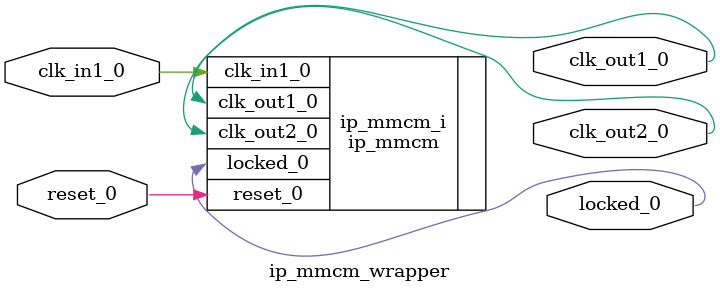
<source format=v>
`timescale 1 ps / 1 ps

module ip_mmcm_wrapper
   (clk_in1_0,
    clk_out1_0,
    clk_out2_0,
    locked_0,
    reset_0);
  input clk_in1_0;
  output clk_out1_0;
  output clk_out2_0;
  output locked_0;
  input reset_0;

  wire clk_in1_0;
  wire clk_out1_0;
  wire clk_out2_0;
  wire locked_0;
  wire reset_0;

  ip_mmcm ip_mmcm_i
       (.clk_in1_0(clk_in1_0),
        .clk_out1_0(clk_out1_0),
        .clk_out2_0(clk_out2_0),
        .locked_0(locked_0),
        .reset_0(reset_0));
endmodule

</source>
